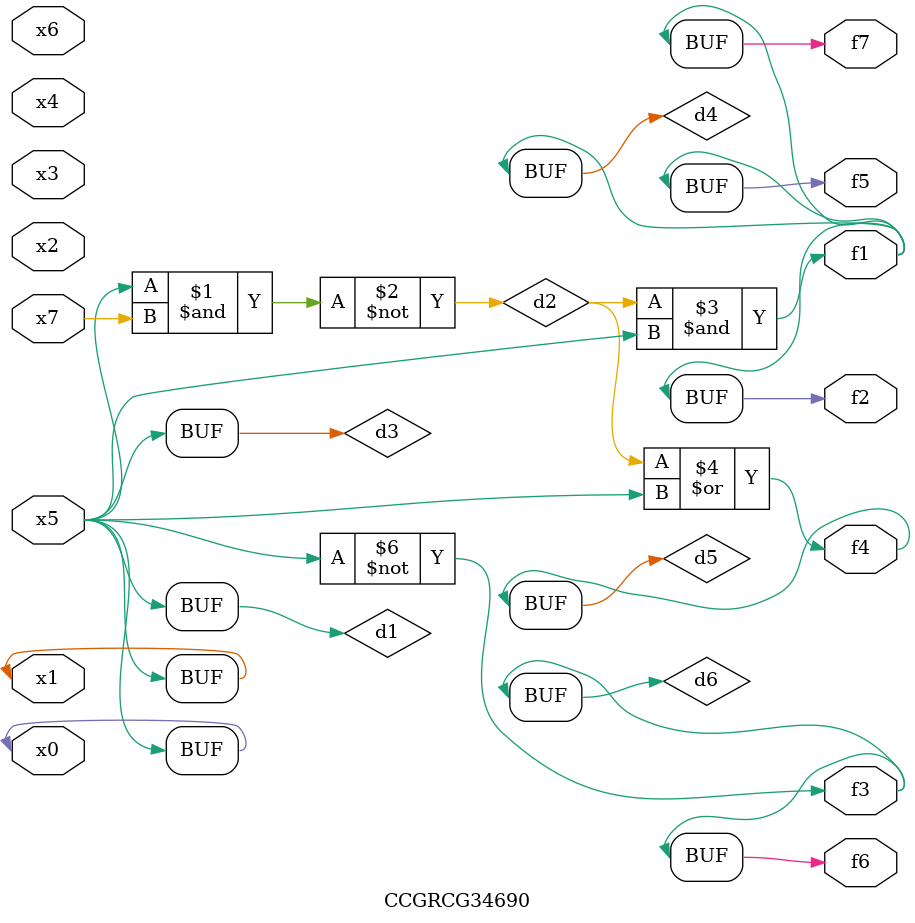
<source format=v>
module CCGRCG34690(
	input x0, x1, x2, x3, x4, x5, x6, x7,
	output f1, f2, f3, f4, f5, f6, f7
);

	wire d1, d2, d3, d4, d5, d6;

	buf (d1, x0, x5);
	nand (d2, x5, x7);
	buf (d3, x0, x1);
	and (d4, d2, d3);
	or (d5, d2, d3);
	nor (d6, d1, d3);
	assign f1 = d4;
	assign f2 = d4;
	assign f3 = d6;
	assign f4 = d5;
	assign f5 = d4;
	assign f6 = d6;
	assign f7 = d4;
endmodule

</source>
